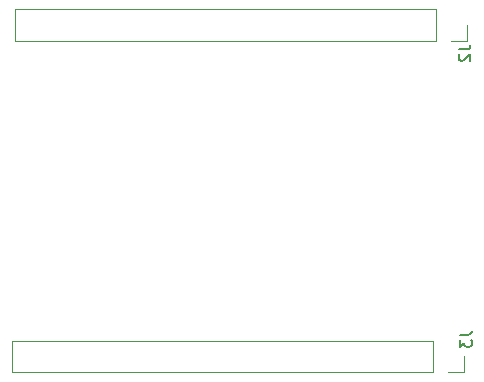
<source format=gbr>
%TF.GenerationSoftware,KiCad,Pcbnew,(6.0.5-0)*%
%TF.CreationDate,2022-07-12T00:15:49+05:30*%
%TF.ProjectId,STM32F103C8T6,53544d33-3246-4313-9033-433854362e6b,rev?*%
%TF.SameCoordinates,Original*%
%TF.FileFunction,Legend,Bot*%
%TF.FilePolarity,Positive*%
%FSLAX46Y46*%
G04 Gerber Fmt 4.6, Leading zero omitted, Abs format (unit mm)*
G04 Created by KiCad (PCBNEW (6.0.5-0)) date 2022-07-12 00:15:49*
%MOMM*%
%LPD*%
G01*
G04 APERTURE LIST*
%ADD10C,0.150000*%
%ADD11C,0.120000*%
G04 APERTURE END LIST*
D10*
%TO.C,J2*%
X153252380Y-114866666D02*
X153966666Y-114866666D01*
X154109523Y-114819047D01*
X154204761Y-114723809D01*
X154252380Y-114580952D01*
X154252380Y-114485714D01*
X153347619Y-115295238D02*
X153300000Y-115342857D01*
X153252380Y-115438095D01*
X153252380Y-115676190D01*
X153300000Y-115771428D01*
X153347619Y-115819047D01*
X153442857Y-115866666D01*
X153538095Y-115866666D01*
X153680952Y-115819047D01*
X154252380Y-115247619D01*
X154252380Y-115866666D01*
%TO.C,J3*%
X153352380Y-139066666D02*
X154066666Y-139066666D01*
X154209523Y-139019047D01*
X154304761Y-138923809D01*
X154352380Y-138780952D01*
X154352380Y-138685714D01*
X153352380Y-139447619D02*
X153352380Y-140066666D01*
X153733333Y-139733333D01*
X153733333Y-139876190D01*
X153780952Y-139971428D01*
X153828571Y-140019047D01*
X153923809Y-140066666D01*
X154161904Y-140066666D01*
X154257142Y-140019047D01*
X154304761Y-139971428D01*
X154352380Y-139876190D01*
X154352380Y-139590476D01*
X154304761Y-139495238D01*
X154257142Y-139447619D01*
D11*
%TO.C,J2*%
X151345000Y-111500000D02*
X115725000Y-111500000D01*
X151345000Y-114160000D02*
X115725000Y-114160000D01*
X115725000Y-114160000D02*
X115725000Y-111500000D01*
X151345000Y-114160000D02*
X151345000Y-111500000D01*
X152615000Y-114160000D02*
X153945000Y-114160000D01*
X153945000Y-114160000D02*
X153945000Y-112830000D01*
%TO.C,J3*%
X152345000Y-142210000D02*
X153675000Y-142210000D01*
X153675000Y-142210000D02*
X153675000Y-140880000D01*
X151075000Y-142210000D02*
X115455000Y-142210000D01*
X151075000Y-142210000D02*
X151075000Y-139550000D01*
X115455000Y-142210000D02*
X115455000Y-139550000D01*
X151075000Y-139550000D02*
X115455000Y-139550000D01*
%TD*%
M02*

</source>
